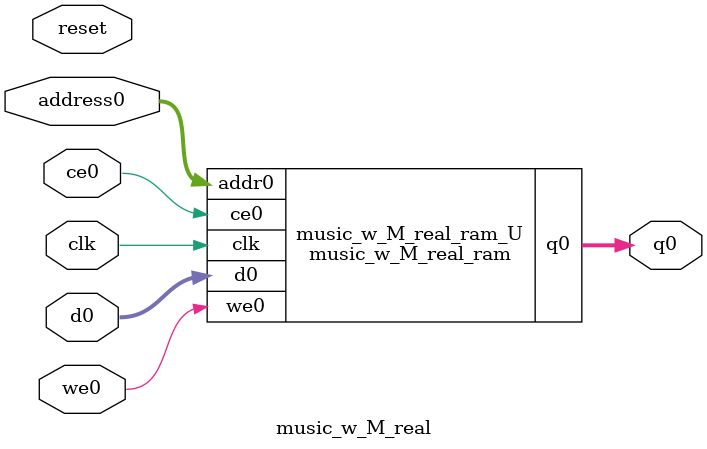
<source format=v>
`timescale 1 ns / 1 ps
module music_w_M_real_ram (addr0, ce0, d0, we0, q0,  clk);

parameter DWIDTH = 32;
parameter AWIDTH = 9;
parameter MEM_SIZE = 361;

input[AWIDTH-1:0] addr0;
input ce0;
input[DWIDTH-1:0] d0;
input we0;
output reg[DWIDTH-1:0] q0;
input clk;

(* ram_style = "block" *)reg [DWIDTH-1:0] ram[0:MEM_SIZE-1];




always @(posedge clk)  
begin 
    if (ce0) 
    begin
        if (we0) 
        begin 
            ram[addr0] <= d0; 
        end 
        q0 <= ram[addr0];
    end
end


endmodule

`timescale 1 ns / 1 ps
module music_w_M_real(
    reset,
    clk,
    address0,
    ce0,
    we0,
    d0,
    q0);

parameter DataWidth = 32'd32;
parameter AddressRange = 32'd361;
parameter AddressWidth = 32'd9;
input reset;
input clk;
input[AddressWidth - 1:0] address0;
input ce0;
input we0;
input[DataWidth - 1:0] d0;
output[DataWidth - 1:0] q0;



music_w_M_real_ram music_w_M_real_ram_U(
    .clk( clk ),
    .addr0( address0 ),
    .ce0( ce0 ),
    .we0( we0 ),
    .d0( d0 ),
    .q0( q0 ));

endmodule


</source>
